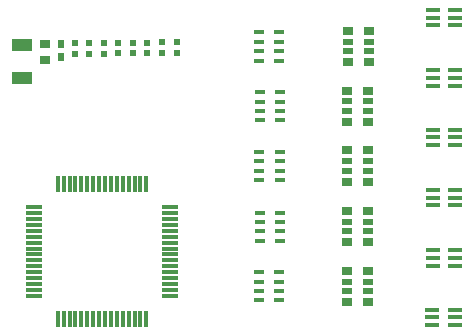
<source format=gbr>
G04 EAGLE Gerber RS-274X export*
G75*
%MOMM*%
%FSLAX34Y34*%
%LPD*%
%INSolderpaste Top*%
%IPPOS*%
%AMOC8*
5,1,8,0,0,1.08239X$1,22.5*%
G01*
%ADD10R,0.950000X0.800000*%
%ADD11R,0.950000X0.550000*%
%ADD12R,1.200000X0.400000*%
%ADD13R,1.475000X0.300000*%
%ADD14R,0.300000X1.475000*%
%ADD15R,0.620000X0.600000*%
%ADD16R,0.940000X0.750000*%
%ADD17R,1.780000X0.990000*%
%ADD18R,0.600000X0.750000*%
%ADD19R,0.950000X0.400000*%


D10*
X770556Y186140D03*
D11*
X770556Y195390D03*
X770556Y203390D03*
D10*
X770556Y212640D03*
X752556Y212640D03*
D11*
X752556Y203390D03*
X752556Y195390D03*
D10*
X752556Y186140D03*
D12*
X844081Y166538D03*
X844081Y173038D03*
X844081Y179538D03*
X825081Y179538D03*
X825081Y173038D03*
X825081Y166538D03*
X844144Y268011D03*
X844144Y274511D03*
X844144Y281011D03*
X825144Y281011D03*
X825144Y274511D03*
X825144Y268011D03*
D10*
X770746Y236559D03*
D11*
X770746Y245809D03*
X770746Y253809D03*
D10*
X770746Y263059D03*
X752746Y263059D03*
D11*
X752746Y253809D03*
X752746Y245809D03*
D10*
X752746Y236559D03*
D12*
X844208Y216957D03*
X844208Y223457D03*
X844208Y229957D03*
X825208Y229957D03*
X825208Y223457D03*
X825208Y216957D03*
X844208Y318874D03*
X844208Y325374D03*
X844208Y331874D03*
X825208Y331874D03*
X825208Y325374D03*
X825208Y318874D03*
D10*
X770937Y287931D03*
D11*
X770937Y297181D03*
X770937Y305181D03*
D10*
X770937Y314431D03*
X752937Y314431D03*
D11*
X752937Y305181D03*
X752937Y297181D03*
D10*
X752937Y287931D03*
D12*
X844144Y420411D03*
X844144Y426911D03*
X844144Y433411D03*
X825144Y433411D03*
X825144Y426911D03*
X825144Y420411D03*
D10*
X771254Y389213D03*
D11*
X771254Y398463D03*
X771254Y406463D03*
D10*
X771254Y415713D03*
X753254Y415713D03*
D11*
X753254Y406463D03*
X753254Y398463D03*
D10*
X753254Y389213D03*
D12*
X844271Y369230D03*
X844271Y375730D03*
X844271Y382230D03*
X825271Y382230D03*
X825271Y375730D03*
X825271Y369230D03*
D10*
X770937Y338604D03*
D11*
X770937Y347854D03*
X770937Y355854D03*
D10*
X770937Y365104D03*
X752937Y365104D03*
D11*
X752937Y355854D03*
X752937Y347854D03*
D10*
X752937Y338604D03*
D13*
X602718Y191354D03*
X602718Y196354D03*
X602718Y201354D03*
X602718Y206354D03*
X602718Y211354D03*
X602718Y216354D03*
X602718Y221354D03*
X602718Y226354D03*
X602718Y231354D03*
X602718Y236354D03*
X602718Y241354D03*
X602718Y246354D03*
X602718Y251354D03*
X602718Y256354D03*
X602718Y261354D03*
X602718Y266354D03*
D14*
X582838Y286234D03*
X577838Y286234D03*
X572838Y286234D03*
X567838Y286234D03*
X562838Y286234D03*
X557838Y286234D03*
X552838Y286234D03*
X547838Y286234D03*
X542838Y286234D03*
X537838Y286234D03*
X532838Y286234D03*
X527838Y286234D03*
X522838Y286234D03*
X517838Y286234D03*
X512838Y286234D03*
X507838Y286234D03*
D13*
X487958Y266354D03*
X487958Y261354D03*
X487958Y256354D03*
X487958Y251354D03*
X487958Y246354D03*
X487958Y241354D03*
X487958Y236354D03*
X487958Y231354D03*
X487958Y226354D03*
X487958Y221354D03*
X487958Y216354D03*
X487958Y211354D03*
X487958Y206354D03*
X487958Y201354D03*
X487958Y196354D03*
X487958Y191354D03*
D14*
X507838Y171474D03*
X512838Y171474D03*
X517838Y171474D03*
X522838Y171474D03*
X527838Y171474D03*
X532838Y171474D03*
X537838Y171474D03*
X542838Y171474D03*
X547838Y171474D03*
X552838Y171474D03*
X557838Y171474D03*
X562838Y171474D03*
X567838Y171474D03*
X572838Y171474D03*
X577838Y171474D03*
X582838Y171474D03*
D15*
X546672Y396466D03*
X546672Y405666D03*
D16*
X497459Y404764D03*
X497459Y390764D03*
D15*
X534670Y396403D03*
X534670Y405603D03*
D17*
X477393Y403636D03*
X477393Y375636D03*
D15*
X522669Y405666D03*
X522669Y396466D03*
D18*
X510858Y404915D03*
X510858Y393915D03*
D15*
X608521Y405857D03*
X608521Y396657D03*
X571246Y405793D03*
X571246Y396593D03*
X596138Y405857D03*
X596138Y396657D03*
X558991Y405730D03*
X558991Y396530D03*
X583692Y396593D03*
X583692Y405793D03*
D19*
X695697Y237809D03*
X695697Y245809D03*
X695697Y253809D03*
X695697Y261809D03*
X678697Y261809D03*
X678697Y253809D03*
X678697Y245809D03*
X678697Y237809D03*
X695570Y187390D03*
X695570Y195390D03*
X695570Y203390D03*
X695570Y211390D03*
X678570Y211390D03*
X678570Y203390D03*
X678570Y195390D03*
X678570Y187390D03*
X695634Y289054D03*
X695634Y297054D03*
X695634Y305054D03*
X695634Y313054D03*
X678634Y313054D03*
X678634Y305054D03*
X678634Y297054D03*
X678634Y289054D03*
X695507Y390400D03*
X695507Y398400D03*
X695507Y406400D03*
X695507Y414400D03*
X678507Y414400D03*
X678507Y406400D03*
X678507Y398400D03*
X678507Y390400D03*
X695697Y339790D03*
X695697Y347790D03*
X695697Y355790D03*
X695697Y363790D03*
X678697Y363790D03*
X678697Y355790D03*
X678697Y347790D03*
X678697Y339790D03*
M02*

</source>
